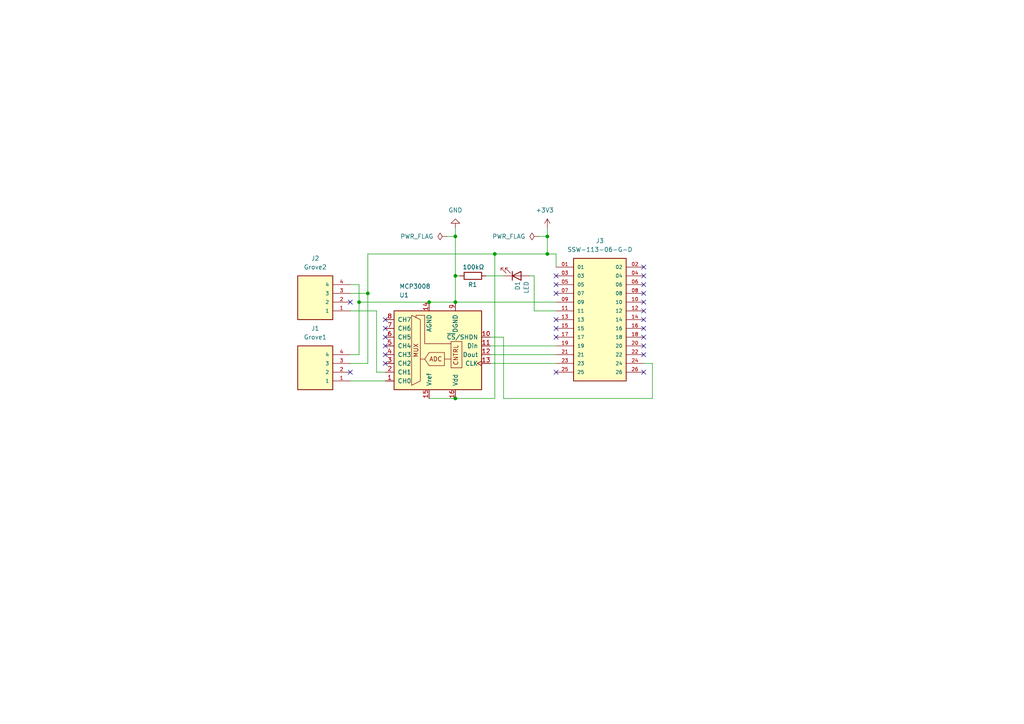
<source format=kicad_sch>
(kicad_sch (version 20250114) (generator "eeschema") (generator_version "9.0")
  (paper "A4")
  (title_block (title "Lab 07B: PCB CAD Design") (date "2025-03-24") (company "USC") (comment 1 "Tina Habibi"))
  (lib_symbols
    (symbol "110990030:110990030" (pin_names (offset 1.016))
      (property "Reference" "J" (at -5.08 5.842 0))
      (property "Value" "110990030" (at -5.08 -8.382 0))
      (symbol "110990030_0_0"
        (rectangle (start -5.08 -7.62) (end 5.08 5.08) (stroke (width 0.254)) (fill (type background)))
        (pin passive line (at -10.16 2.54 0) (length 5.08) (name "1") (number "1"))
        (pin passive line (at -10.16 0 0) (length 5.08) (name "2") (number "2"))
        (pin passive line (at -10.16 -2.54 0) (length 5.08) (name "3") (number "3"))
        (pin passive line (at -10.16 -5.08 0) (length 5.08) (name "4") (number "4"))
      )
    )
    (symbol "Analog_ADC:MCP3008" (pin_names (offset 1.016))
      (property "Reference" "U" (at -5.08 13.335 0))
      (property "Value" "MCP3008" (at -5.08 11.43 0))
      (symbol "MCP3008_0_0"
        (text "MUX" (at -6.35 -1.27 900) (effects (font (size 1.27 1.27))))
        (text "ADC" (at -0.635 1.27 0) (effects (font (size 1.27 1.27))))
        (text "CNTRL" (at 5.969 -2.921 900) (effects (font (size 1.27 1.27)) (justify left bottom)))
      )
      (symbol "MCP3008_0_1"
        (polyline (pts (xy -7.62 8.89) (xy -7.62 -11.43) (xy -5.08 -10.16) (xy -5.08 7.62) (xy -7.62 8.89)))
        (polyline (pts (xy -3.81 1.27) (xy -5.08 1.27)))
        (polyline (pts (xy 1.905 3.175) (xy 1.905 -0.635) (xy -2.54 -0.635) (xy -3.81 1.27) (xy -2.54 3.175) (xy 1.905 3.175)))
        (polyline (pts (xy 1.905 1.27) (xy 3.81 1.27)))
        (polyline (pts (xy 3.81 -3.175) (xy -3.81 -3.175) (xy -3.81 -11.43) (xy -6.35 -11.43) (xy -6.35 -10.795)))
        (rectangle (start 3.81 -3.81) (end 6.985 3.81))
        (rectangle (start 12.7 -12.7) (end -12.7 10.16) (stroke (width 0.254)) (fill (type background)))
      )
      (symbol "MCP3008_1_1"
        (pin input line (at -15.24 7.62 0) (length 2.54) (name "CH0") (number "1"))
        (pin input line (at -15.24 5.08 0) (length 2.54) (name "CH1") (number "2"))
        (pin input line (at -15.24 2.54 0) (length 2.54) (name "CH2") (number "3"))
        (pin input line (at -15.24 0 0) (length 2.54) (name "CH3") (number "4"))
        (pin input line (at -15.24 -2.54 0) (length 2.54) (name "CH4") (number "5"))
        (pin input line (at -15.24 -5.08 0) (length 2.54) (name "CH5") (number "6"))
        (pin input line (at -15.24 -7.62 0) (length 2.54) (name "CH6") (number "7"))
        (pin input line (at -15.24 -10.16 0) (length 2.54) (name "CH7") (number "8"))
        (pin power_in line (at -2.54 12.7 270) (length 2.54) (name "Vref") (number "15"))
        (pin power_in line (at -2.54 -15.24 90) (length 2.54) (name "AGND") (number "14"))
        (pin power_in line (at 5.08 12.7 270) (length 2.54) (name "Vdd") (number "16"))
        (pin power_in line (at 5.08 -15.24 90) (length 2.54) (name "DGND") (number "9"))
        (pin input clock (at 15.24 2.54 180) (length 2.54) (name "CLK") (number "13"))
        (pin output line (at 15.24 0 180) (length 2.54) (name "Dout") (number "12"))
        (pin input line (at 15.24 -2.54 180) (length 2.54) (name "Din") (number "11"))
        (pin input line (at 15.24 -5.08 180) (length 2.54) (name "~{CS}/SHDN") (number "10"))
      )
    )
    (symbol "Device:LED" (pin_numbers (hide yes)) (pin_names (offset 1.016) (hide yes))
      (property "Reference" "D" (at 0 2.54 0))
      (property "Value" "LED" (at 0 -2.54 0))
      (symbol "LED_0_1"
        (polyline (pts (xy -3.048 -0.762) (xy -4.572 -2.286) (xy -3.81 -2.286) (xy -4.572 -2.286) (xy -4.572 -1.524)))
        (polyline (pts (xy -1.778 -0.762) (xy -3.302 -2.286) (xy -2.54 -2.286) (xy -3.302 -2.286) (xy -3.302 -1.524)))
        (polyline (pts (xy -1.27 0) (xy 1.27 0)))
        (polyline (pts (xy -1.27 -1.27) (xy -1.27 1.27)) (stroke (width 0.254)))
        (polyline (pts (xy 1.27 -1.27) (xy 1.27 1.27) (xy -1.27 0) (xy 1.27 -1.27)) (stroke (width 0.254)))
      )
      (symbol "LED_1_1"
        (pin passive line (at -3.81 0 0) (length 2.54) (name "K") (number "1"))
        (pin passive line (at 3.81 0 180) (length 2.54) (name "A") (number "2"))
      )
    )
    (symbol "Device:R" (pin_numbers (hide yes)) (pin_names (offset 0))
      (property "Reference" "R" (at 2.032 0 90))
      (property "Value" "R" (at 0 0 90))
      (symbol "R_0_1"
        (rectangle (start -1.016 -2.54) (end 1.016 2.54) (stroke (width 0.254)))
      )
      (symbol "R_1_1"
        (pin passive line (at 0 3.81 270) (length 1.27) (name "~") (number "1"))
        (pin passive line (at 0 -3.81 90) (length 1.27) (name "~") (number "2"))
      )
    )
    (symbol "SSW-113-06-G-D:SSW-113-06-G-D" (pin_names (offset 1.016))
      (property "Reference" "J" (at -8.12 17.78 0))
      (property "Value" "SSW-113-06-G-D" (at -7.62 -20.32 0))
      (symbol "SSW-113-06-G-D_0_0"
        (rectangle (start -7.62 -17.78) (end 7.62 17.78) (stroke (width 0.254)) (fill (type background)))
        (pin passive line (at -12.7 15.24 0) (length 5.08) (name "01") (number "01"))
        (pin passive line (at -12.7 12.7 0) (length 5.08) (name "03") (number "03"))
        (pin passive line (at -12.7 10.16 0) (length 5.08) (name "05") (number "05"))
        (pin passive line (at -12.7 7.62 0) (length 5.08) (name "07") (number "07"))
        (pin passive line (at -12.7 5.08 0) (length 5.08) (name "09") (number "09"))
        (pin passive line (at -12.7 2.54 0) (length 5.08) (name "11") (number "11"))
        (pin passive line (at -12.7 0 0) (length 5.08) (name "13") (number "13"))
        (pin passive line (at -12.7 -2.54 0) (length 5.08) (name "15") (number "15"))
        (pin passive line (at -12.7 -5.08 0) (length 5.08) (name "17") (number "17"))
        (pin passive line (at -12.7 -7.62 0) (length 5.08) (name "19") (number "19"))
        (pin passive line (at -12.7 -10.16 0) (length 5.08) (name "21") (number "21"))
        (pin passive line (at -12.7 -12.7 0) (length 5.08) (name "23") (number "23"))
        (pin passive line (at -12.7 -15.24 0) (length 5.08) (name "25") (number "25"))
        (pin passive line (at 12.7 15.24 180) (length 5.08) (name "02") (number "02"))
        (pin passive line (at 12.7 12.7 180) (length 5.08) (name "04") (number "04"))
        (pin passive line (at 12.7 10.16 180) (length 5.08) (name "06") (number "06"))
        (pin passive line (at 12.7 7.62 180) (length 5.08) (name "08") (number "08"))
        (pin passive line (at 12.7 5.08 180) (length 5.08) (name "10") (number "10"))
        (pin passive line (at 12.7 2.54 180) (length 5.08) (name "12") (number "12"))
        (pin passive line (at 12.7 0 180) (length 5.08) (name "14") (number "14"))
        (pin passive line (at 12.7 -2.54 180) (length 5.08) (name "16") (number "16"))
        (pin passive line (at 12.7 -5.08 180) (length 5.08) (name "18") (number "18"))
        (pin passive line (at 12.7 -7.62 180) (length 5.08) (name "20") (number "20"))
        (pin passive line (at 12.7 -10.16 180) (length 5.08) (name "22") (number "22"))
        (pin passive line (at 12.7 -12.7 180) (length 5.08) (name "24") (number "24"))
        (pin passive line (at 12.7 -15.24 180) (length 5.08) (name "26") (number "26"))
      )
    )
    (symbol "power:+3V3" (power) (pin_numbers (hide yes)) (pin_names (offset 0) (hide yes))
      (property "Value" "+3V3" (at 0 3.556 0))
      (symbol "+3V3_0_1"
        (polyline (pts (xy -0.762 1.27) (xy 0 2.54)))
        (polyline (pts (xy 0 2.54) (xy 0.762 1.27)))
        (polyline (pts (xy 0 0) (xy 0 2.54)))
      )
      (symbol "+3V3_1_1"
        (pin power_in line (at 0 0 90) (length 0) (name "~") (number "1"))
      )
    )
    (symbol "power:GND" (power) (pin_numbers (hide yes)) (pin_names (offset 0) (hide yes))
      (property "Value" "GND" (at 0 -3.81 0))
      (symbol "GND_0_1"
        (polyline (pts (xy 0 0) (xy 0 -1.27) (xy 1.27 -1.27) (xy 0 -2.54) (xy -1.27 -1.27) (xy 0 -1.27)))
      )
      (symbol "GND_1_1"
        (pin power_in line (at 0 0 270) (length 0) (name "~") (number "1"))
      )
    )
    (symbol "power:PWR_FLAG" (power) (pin_numbers (hide yes)) (pin_names (offset 0) (hide yes))
      (property "Value" "PWR_FLAG" (at 0 3.81 0))
      (symbol "PWR_FLAG_0_0"
        (pin power_out line (at 0 0 90) (length 0) (name "~") (number "1"))
      )
      (symbol "PWR_FLAG_0_1"
        (polyline (pts (xy 0 0) (xy 0 1.27) (xy -1.016 1.905) (xy 0 2.54) (xy 1.016 1.905) (xy 0 1.27)))
      )
    )
  )
  (junction (at 104.14 87.63))
  (junction (at 132.08 115.57))
  (junction (at 132.08 87.63))
  (junction (at 158.75 73.66))
  (junction (at 143.51 73.66))
  (junction (at 132.08 68.58))
  (junction (at 124.46 87.63))
  (junction (at 158.75 68.58))
  (junction (at 132.08 80.01))
  (junction (at 106.68 85.09))
  (no_connect (at 111.76 92.71))
  (no_connect (at 186.69 102.87))
  (no_connect (at 186.69 80.01))
  (no_connect (at 186.69 97.79))
  (no_connect (at 186.69 82.55))
  (no_connect (at 101.6 87.63))
  (no_connect (at 186.69 107.95))
  (no_connect (at 161.29 82.55))
  (no_connect (at 161.29 92.71))
  (no_connect (at 186.69 90.17))
  (no_connect (at 186.69 100.33))
  (no_connect (at 111.76 97.79))
  (no_connect (at 161.29 85.09))
  (no_connect (at 101.6 107.95))
  (no_connect (at 161.29 107.95))
  (no_connect (at 186.69 77.47))
  (no_connect (at 186.69 95.25))
  (no_connect (at 161.29 95.25))
  (no_connect (at 111.76 95.25))
  (no_connect (at 161.29 97.79))
  (no_connect (at 186.69 85.09))
  (no_connect (at 186.69 92.71))
  (no_connect (at 186.69 87.63))
  (no_connect (at 161.29 80.01))
  (no_connect (at 111.76 102.87))
  (no_connect (at 111.76 105.41))
  (no_connect (at 111.76 100.33))
  (wire (pts (xy 142.24 102.87) (xy 161.29 102.87)))
  (wire (pts (xy 132.08 68.58) (xy 129.54 68.58)))
  (wire (pts (xy 101.6 102.87) (xy 104.14 102.87)))
  (wire (pts (xy 101.6 105.41) (xy 106.68 105.41)))
  (wire (pts (xy 161.29 73.66) (xy 158.75 73.66)))
  (wire (pts (xy 132.08 68.58) (xy 132.08 80.01)))
  (wire (pts (xy 158.75 68.58) (xy 158.75 66.04)))
  (wire (pts (xy 124.46 87.63) (xy 132.08 87.63)))
  (wire (pts (xy 132.08 87.63) (xy 161.29 87.63)))
  (wire (pts (xy 189.23 105.41) (xy 189.23 115.57)))
  (wire (pts (xy 146.05 115.57) (xy 189.23 115.57)))
  (wire (pts (xy 104.14 82.55) (xy 104.14 87.63)))
  (wire (pts (xy 156.21 68.58) (xy 158.75 68.58)))
  (wire (pts (xy 101.6 82.55) (xy 104.14 82.55)))
  (wire (pts (xy 109.22 107.95) (xy 111.76 107.95)))
  (wire (pts (xy 154.94 80.01) (xy 153.67 80.01)))
  (wire (pts (xy 140.97 80.01) (xy 146.05 80.01)))
  (wire (pts (xy 154.94 80.01) (xy 154.94 90.17)))
  (wire (pts (xy 142.24 105.41) (xy 161.29 105.41)))
  (wire (pts (xy 158.75 68.58) (xy 158.75 73.66)))
  (wire (pts (xy 142.24 97.79) (xy 146.05 97.79)))
  (wire (pts (xy 101.6 110.49) (xy 111.76 110.49)))
  (wire (pts (xy 154.94 90.17) (xy 161.29 90.17)))
  (wire (pts (xy 101.6 85.09) (xy 106.68 85.09)))
  (wire (pts (xy 132.08 80.01) (xy 132.08 87.63)))
  (wire (pts (xy 106.68 85.09) (xy 106.68 105.41)))
  (wire (pts (xy 143.51 73.66) (xy 143.51 115.57)))
  (wire (pts (xy 101.6 90.17) (xy 109.22 90.17)))
  (wire (pts (xy 124.46 115.57) (xy 132.08 115.57)))
  (wire (pts (xy 104.14 87.63) (xy 124.46 87.63)))
  (wire (pts (xy 104.14 87.63) (xy 104.14 102.87)))
  (wire (pts (xy 106.68 73.66) (xy 106.68 85.09)))
  (wire (pts (xy 132.08 68.58) (xy 132.08 66.04)))
  (wire (pts (xy 143.51 73.66) (xy 158.75 73.66)))
  (wire (pts (xy 132.08 80.01) (xy 133.35 80.01)))
  (wire (pts (xy 142.24 100.33) (xy 161.29 100.33)))
  (wire (pts (xy 109.22 90.17) (xy 109.22 107.95)))
  (wire (pts (xy 161.29 73.66) (xy 161.29 77.47)))
  (wire (pts (xy 106.68 73.66) (xy 143.51 73.66)))
  (wire (pts (xy 186.69 105.41) (xy 189.23 105.41)))
  (wire (pts (xy 146.05 97.79) (xy 146.05 115.57)))
  (wire (pts (xy 132.08 115.57) (xy 143.51 115.57)))
  (symbol (lib_id "110990030:110990030") (at 91.44 107.95 180) (unit 1)
    (property "Reference" "J1" (at 91.44 95.25 0))
    (property "Value" "Grove1" (at 91.44 97.79 0))
    (property "Footprint" "110990030:SEEED_110990030" (effects (hide yes)))
    (property "MF" "Seeed Technology" (effects (hide yes)))
    (property "MAXIMUM_PACKAGE_HEIGHT" "8.1mm" (effects (hide yes)))
    (property "Package" "None" (effects (hide yes)))
    (property "Price" "None" (effects (hide yes)))
    (property "Check_prices" "https://www.snapeda.com/parts/110990030/Seeed+Studio/view-part/?ref=eda" (effects (hide yes)))
    (property "STANDARD" "Manufacturer Recommendations" (effects (hide yes)))
    (property "PARTREV" "A" (effects (hide yes)))
    (property "SnapEDA_Link" "https://www.snapeda.com/parts/110990030/Seeed+Studio/view-part/?ref=snap" (effects (hide yes)))
    (property "MP" "110990030" (effects (hide yes)))
    (property "Description_1" "GROVE 2MM 4PIN VERT CONN 10PCS" (effects (hide yes)))
    (property "Availability" "In Stock" (effects (hide yes)))
    (property "MANUFACTURER" "Seeed Technology" (effects (hide yes)))
  )
  (symbol (lib_id "110990030:110990030") (at 91.44 87.63 180) (unit 1)
    (property "Reference" "J2" (at 91.44 74.93 0))
    (property "Value" "Grove2" (at 91.44 77.47 0))
    (property "Footprint" "110990030:SEEED_110990030" (effects (hide yes)))
    (property "MF" "Seeed Technology" (effects (hide yes)))
    (property "MAXIMUM_PACKAGE_HEIGHT" "8.1mm" (effects (hide yes)))
    (property "Package" "None" (effects (hide yes)))
    (property "Price" "None" (effects (hide yes)))
    (property "Check_prices" "https://www.snapeda.com/parts/110990030/Seeed+Studio/view-part/?ref=eda" (effects (hide yes)))
    (property "STANDARD" "Manufacturer Recommendations" (effects (hide yes)))
    (property "PARTREV" "A" (effects (hide yes)))
    (property "SnapEDA_Link" "https://www.snapeda.com/parts/110990030/Seeed+Studio/view-part/?ref=snap" (effects (hide yes)))
    (property "MP" "110990030" (effects (hide yes)))
    (property "Description_1" "GROVE 2MM 4PIN VERT CONN 10PCS" (effects (hide yes)))
    (property "Availability" "In Stock" (effects (hide yes)))
    (property "MANUFACTURER" "Seeed Technology" (effects (hide yes)))
  )
  (symbol (lib_id "power:PWR_FLAG") (at 129.54 68.58 90) (unit 1)
    (property "Reference" "#FLG02" (effects (hide yes)))
    (property "Value" "PWR_FLAG" (at 125.73 68.5801 90) (effects (justify left)))
    (property "Description" "Special symbol for telling ERC where power comes from" (effects (hide yes)))
  )
  (symbol (lib_id "SSW-113-06-G-D:SSW-113-06-G-D") (at 173.99 92.71 0) (unit 1)
    (property "Reference" "J3" (at 173.99 69.85 0))
    (property "Value" "SSW-113-06-G-D" (at 173.99 72.39 0))
    (property "Footprint" "SSW-113-06-G-D:SAMTEC_SSW-113-06-G-D" (effects (hide yes)))
    (property "MF" "Samtec" (effects (hide yes)))
    (property "Description_1" "Conn Socket Strip SKT 26 POS 2.54mm Solder ST Top Entry Thru-Hole Bulk" (effects (hide yes)))
    (property "Package" "None" (effects (hide yes)))
    (property "Price" "None" (effects (hide yes)))
    (property "Check_prices" "https://www.snapeda.com/parts/SSW-113-06-G-D/Samtec/view-part/?ref=eda" (effects (hide yes)))
    (property "STANDARD" "Manufacturer Recommendations" (effects (hide yes)))
    (property "PARTREV" "R" (effects (hide yes)))
    (property "SnapEDA_Link" "https://www.snapeda.com/parts/SSW-113-06-G-D/Samtec/view-part/?ref=snap" (effects (hide yes)))
    (property "MP" "SSW-113-06-G-D" (effects (hide yes)))
    (property "Availability" "In Stock" (effects (hide yes)))
    (property "MANUFACTURER" "Samtec" (effects (hide yes)))
  )
  (symbol (lib_id "power:+3V3") (at 158.75 66.04 0) (unit 1)
    (property "Reference" "#PWR02" (effects (hide yes)))
    (property "Value" "+3V3" (at 157.988 60.96 0))
    (property "Description" "Power symbol creates a global label with name \"+3V3\"" (effects (hide yes)))
  )
  (symbol (lib_id "Device:LED") (at 149.86 80.01 0) (mirror x) (unit 1)
    (property "Reference" "D1" (at 150.114 81.534 90) (effects (justify left)))
    (property "Value" "LED" (at 152.654 81.534 90) (effects (justify left)))
    (property "Footprint" "LED_THT:LED_D3.0mm" (effects (hide yes)))
    (property "Description" "Light emitting diode" (effects (hide yes)))
    (property "Sim.Pins" "1=K 2=A" (effects (hide yes)))
  )
  (symbol (lib_id "Device:R") (at 137.16 80.01 270) (unit 1)
    (property "Reference" "R1" (at 138.4301 82.55 90) (effects (justify right)))
    (property "Value" "100kΩ" (at 140.462 77.47 90) (effects (justify right)))
    (property "Footprint" "Resistor_THT:R_Axial_DIN0207_L6.3mm_D2.5mm_P7.62mm_Horizontal" (effects (hide yes)))
    (property "Description" "Resistor" (effects (hide yes)))
  )
  (symbol (lib_id "power:PWR_FLAG") (at 156.21 68.58 90) (unit 1)
    (property "Reference" "#FLG01" (effects (hide yes)))
    (property "Value" "PWR_FLAG" (at 152.4 68.5799 90) (effects (justify left)))
    (property "Description" "Special symbol for telling ERC where power comes from" (effects (hide yes)))
  )
  (symbol (lib_id "Analog_ADC:MCP3008") (at 127 102.87 0) (mirror x) (unit 1)
    (property "Reference" "U1" (at 115.824 85.598 0) (effects (justify left)))
    (property "Value" "MCP3008" (at 115.824 83.058 0) (effects (justify left)))
    (property "Footprint" "MCU-MCP3008-I_P_DIP16-7.62MM_:DIP16-2.54-19.2X7.62MM" (effects (hide yes)))
    (property "Datasheet" "http://ww1.microchip.com/downloads/en/DeviceDoc/21295d.pdf" (effects (hide yes)))
    (property "Description" "A/D Converter, 10-Bit, 8-Channel, SPI Interface , 2.7V-5.5V" (effects (hide yes)))
  )
  (symbol (lib_id "power:GND") (at 132.08 66.04 180) (unit 1)
    (property "Reference" "#PWR01" (effects (hide yes)))
    (property "Value" "GND" (at 132.08 60.96 0))
    (property "Description" "Power symbol creates a global label with name \"GND\" , ground" (effects (hide yes)))
  )
)
</source>
